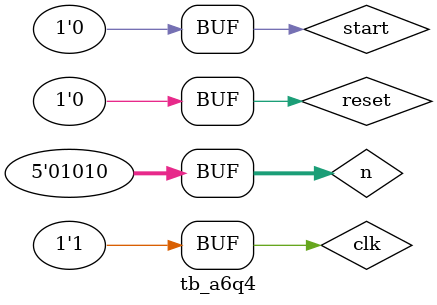
<source format=sv>
module a6q4(
	input logic clk, start, reset,
	input logic [4:0] n,
	output logic done,
	output logic [31:0] F, f1, f2,
	output logic [2:0] state
);

//logic [31:0] f1, f2, temp;
logic [4:0] counter;
//logic [2:0] state;

parameter init = 3'b0_00;
parameter idle = 3'b0_01;
parameter add = 3'b0_10;
parameter fin = 3'b1_11;

assign done = state[2];

always_ff @ (posedge clk) begin
	case(state)
		init: begin
			f1 <= 1'b1;
			f2 <= 1'b1;
		end

		idle: counter <= n-1;

		add: begin
			f2 <= f1+f2;
			f1 <= f2;
			counter <= counter - 1;
		end

		fin: F <= f2;
	endcase
end

always_ff @ (posedge clk, posedge reset) begin
	if(reset) state <= init;
	else begin
	case(state)
		init: state <= idle;
		idle: if(start) state <= add;
		add: begin
			if(counter > 2) state <= add;
			else state <= fin;
		end
		fin: state <= init;

	endcase
end
end

endmodule


`timescale 1ns/1ns
module tb_a6q4();

logic clk, start, done, reset;
logic [4:0] n;
logic [31:0] F;
logic [31:0] f1, f2;
logic [2:0] state;

a6q4 assignment6q4(.clk(clk), .start(start), .n(n), .done(done),
	.F(F), .f1(f1), .f2(f2), .reset(reset), .state(state));


always begin
	clk = 0; #2; clk = 1; #2;
end

initial begin
	#1; reset = 1; #2; reset = 0; #6; n=5'd10; start = 1; #2; start = 0;
end


endmodule

</source>
